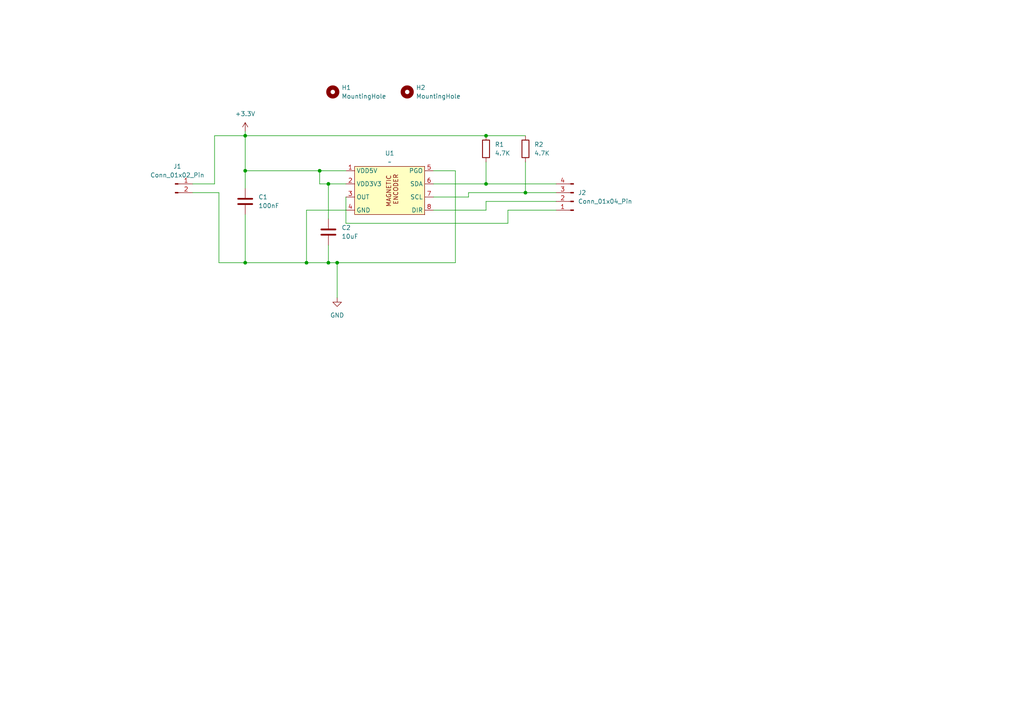
<source format=kicad_sch>
(kicad_sch (version 20250114) (generator "eeschema") (generator_version "9.0")
  (paper "A4")
  (lib_symbols
    (symbol "Connector:Conn_01x02_Pin" (pin_names (offset 1.016) (hide yes))
      (property "Reference" "J" (at 0 2.54 0))
      (property "Value" "Conn_01x02_Pin" (at 0 -5.08 0))
      (symbol "Conn_01x02_Pin_1_1"
        (rectangle (start 0.8636 0.127) (end 0 -0.127) (stroke (width 0.1524)) (fill (type outline)))
        (rectangle (start 0.8636 -2.413) (end 0 -2.667) (stroke (width 0.1524)) (fill (type outline)))
        (polyline (pts (xy 1.27 0) (xy 0.8636 0)) (stroke (width 0.1524)))
        (polyline (pts (xy 1.27 -2.54) (xy 0.8636 -2.54)) (stroke (width 0.1524)))
        (pin passive line (at 5.08 0 180) (length 3.81) (name "Pin_1") (number "1"))
        (pin passive line (at 5.08 -2.54 180) (length 3.81) (name "Pin_2") (number "2"))
      )
    )
    (symbol "Connector:Conn_01x04_Pin" (pin_names (offset 1.016) (hide yes))
      (property "Reference" "J" (at 0 5.08 0))
      (property "Value" "Conn_01x04_Pin" (at 0 -7.62 0))
      (symbol "Conn_01x04_Pin_1_1"
        (rectangle (start 0.8636 2.667) (end 0 2.413) (stroke (width 0.1524)) (fill (type outline)))
        (rectangle (start 0.8636 0.127) (end 0 -0.127) (stroke (width 0.1524)) (fill (type outline)))
        (rectangle (start 0.8636 -2.413) (end 0 -2.667) (stroke (width 0.1524)) (fill (type outline)))
        (rectangle (start 0.8636 -4.953) (end 0 -5.207) (stroke (width 0.1524)) (fill (type outline)))
        (polyline (pts (xy 1.27 2.54) (xy 0.8636 2.54)) (stroke (width 0.1524)))
        (polyline (pts (xy 1.27 0) (xy 0.8636 0)) (stroke (width 0.1524)))
        (polyline (pts (xy 1.27 -2.54) (xy 0.8636 -2.54)) (stroke (width 0.1524)))
        (polyline (pts (xy 1.27 -5.08) (xy 0.8636 -5.08)) (stroke (width 0.1524)))
        (pin passive line (at 5.08 2.54 180) (length 3.81) (name "Pin_1") (number "1"))
        (pin passive line (at 5.08 0 180) (length 3.81) (name "Pin_2") (number "2"))
        (pin passive line (at 5.08 -2.54 180) (length 3.81) (name "Pin_3") (number "3"))
        (pin passive line (at 5.08 -5.08 180) (length 3.81) (name "Pin_4") (number "4"))
      )
    )
    (symbol "Device:C" (pin_numbers (hide yes)) (pin_names (offset 0.254))
      (property "Reference" "C" (at 0.635 2.54 0))
      (property "Value" "C" (at 0.635 -2.54 0))
      (symbol "C_0_1"
        (polyline (pts (xy -2.032 0.762) (xy 2.032 0.762)) (stroke (width 0.508)))
        (polyline (pts (xy -2.032 -0.762) (xy 2.032 -0.762)) (stroke (width 0.508)))
      )
      (symbol "C_1_1"
        (pin passive line (at 0 3.81 270) (length 2.794) (name "~") (number "1"))
        (pin passive line (at 0 -3.81 90) (length 2.794) (name "~") (number "2"))
      )
    )
    (symbol "Device:R" (pin_numbers (hide yes)) (pin_names (offset 0))
      (property "Reference" "R" (at 2.032 0 90))
      (property "Value" "R" (at 0 0 90))
      (symbol "R_0_1"
        (rectangle (start -1.016 -2.54) (end 1.016 2.54) (stroke (width 0.254)))
      )
      (symbol "R_1_1"
        (pin passive line (at 0 3.81 270) (length 1.27) (name "~") (number "1"))
        (pin passive line (at 0 -3.81 90) (length 1.27) (name "~") (number "2"))
      )
    )
    (symbol "Mechanical:MountingHole" (pin_names (offset 1.016)) (in_bom no)
      (property "Reference" "H" (at 0 5.08 0))
      (property "Value" "MountingHole" (at 0 3.175 0))
      (symbol "MountingHole_0_1"
        (circle (center 0 0) (radius 1.27) (stroke (width 1.27)))
      )
    )
    (symbol "Sensor_Magnetic:AS5600"
      (symbol "AS5600_0_1"
        (rectangle (start 10.16 -7.62) (end 10.16 -7.62))
        (rectangle (start 10.16 -7.62) (end 10.16 -7.62))
      )
      (symbol "AS5600_1_1"
        (rectangle (start -10.16 6.35) (end 10.16 -7.62) (fill (type background)))
        (text "MAGNETIC \nENCODER\n" (at 0.762 -0.254 900) (effects (font (size 1.27 1.27))))
        (pin power_in line (at -12.7 5.08 0) (length 2.54) (name "VDD5V") (number "1"))
        (pin power_in line (at -12.7 1.27 0) (length 2.54) (name "VDD3V3") (number "2"))
        (pin output line (at -12.7 -2.54 0) (length 2.54) (name "OUT") (number "3"))
        (pin power_in line (at -12.7 -6.35 0) (length 2.54) (name "GND") (number "4"))
        (pin input line (at 12.7 5.08 180) (length 2.54) (name "PGO") (number "5"))
        (pin input line (at 12.7 1.27 180) (length 2.54) (name "SDA") (number "6"))
        (pin input line (at 12.7 -2.54 180) (length 2.54) (name "SCL") (number "7"))
        (pin input line (at 12.7 -6.35 180) (length 2.54) (name "DIR") (number "8"))
      )
    )
    (symbol "power:+3.3V" (power) (pin_numbers (hide yes)) (pin_names (offset 0) (hide yes))
      (property "Value" "+3.3V" (at 0 3.556 0))
      (symbol "+3.3V_0_1"
        (polyline (pts (xy -0.762 1.27) (xy 0 2.54)))
        (polyline (pts (xy 0 2.54) (xy 0.762 1.27)))
        (polyline (pts (xy 0 0) (xy 0 2.54)))
      )
      (symbol "+3.3V_1_1"
        (pin power_in line (at 0 0 90) (length 0) (name "~") (number "1"))
      )
    )
    (symbol "power:GND" (power) (pin_numbers (hide yes)) (pin_names (offset 0) (hide yes))
      (property "Value" "GND" (at 0 -3.81 0))
      (symbol "GND_0_1"
        (polyline (pts (xy 0 0) (xy 0 -1.27) (xy 1.27 -1.27) (xy 0 -2.54) (xy -1.27 -1.27) (xy 0 -1.27)))
      )
      (symbol "GND_1_1"
        (pin power_in line (at 0 0 270) (length 0) (name "~") (number "1"))
      )
    )
  )
  (junction (at 92.71 49.53))
  (junction (at 88.9 76.2))
  (junction (at 140.97 53.34))
  (junction (at 97.79 76.2))
  (junction (at 71.12 49.53))
  (junction (at 152.4 55.88))
  (junction (at 71.12 39.37))
  (junction (at 71.12 76.2))
  (junction (at 95.25 53.34))
  (junction (at 140.97 39.37))
  (junction (at 95.25 76.2))
  (wire (pts (xy 135.89 57.15) (xy 135.89 55.88)))
  (wire (pts (xy 125.73 57.15) (xy 135.89 57.15)))
  (wire (pts (xy 88.9 60.96) (xy 88.9 76.2)))
  (wire (pts (xy 92.71 49.53) (xy 92.71 53.34)))
  (wire (pts (xy 71.12 39.37) (xy 140.97 39.37)))
  (wire (pts (xy 125.73 60.96) (xy 140.97 60.96)))
  (wire (pts (xy 95.25 53.34) (xy 100.33 53.34)))
  (wire (pts (xy 55.88 55.88) (xy 63.5 55.88)))
  (wire (pts (xy 100.33 60.96) (xy 88.9 60.96)))
  (wire (pts (xy 95.25 76.2) (xy 97.79 76.2)))
  (wire (pts (xy 140.97 39.37) (xy 152.4 39.37)))
  (wire (pts (xy 71.12 39.37) (xy 71.12 49.53)))
  (wire (pts (xy 125.73 49.53) (xy 132.08 49.53)))
  (wire (pts (xy 63.5 76.2) (xy 71.12 76.2)))
  (wire (pts (xy 125.73 53.34) (xy 140.97 53.34)))
  (wire (pts (xy 95.25 53.34) (xy 95.25 63.5)))
  (wire (pts (xy 88.9 76.2) (xy 95.25 76.2)))
  (wire (pts (xy 71.12 76.2) (xy 88.9 76.2)))
  (wire (pts (xy 92.71 49.53) (xy 100.33 49.53)))
  (wire (pts (xy 100.33 64.77) (xy 147.32 64.77)))
  (wire (pts (xy 95.25 71.12) (xy 95.25 76.2)))
  (wire (pts (xy 140.97 46.99) (xy 140.97 53.34)))
  (wire (pts (xy 147.32 64.77) (xy 147.32 60.96)))
  (wire (pts (xy 71.12 38.1) (xy 71.12 39.37)))
  (wire (pts (xy 63.5 55.88) (xy 63.5 76.2)))
  (wire (pts (xy 132.08 49.53) (xy 132.08 76.2)))
  (wire (pts (xy 71.12 49.53) (xy 92.71 49.53)))
  (wire (pts (xy 132.08 76.2) (xy 97.79 76.2)))
  (wire (pts (xy 140.97 58.42) (xy 161.29 58.42)))
  (wire (pts (xy 71.12 62.23) (xy 71.12 76.2)))
  (wire (pts (xy 140.97 60.96) (xy 140.97 58.42)))
  (wire (pts (xy 152.4 46.99) (xy 152.4 55.88)))
  (wire (pts (xy 140.97 53.34) (xy 161.29 53.34)))
  (wire (pts (xy 100.33 57.15) (xy 100.33 64.77)))
  (wire (pts (xy 55.88 53.34) (xy 62.23 53.34)))
  (wire (pts (xy 147.32 60.96) (xy 161.29 60.96)))
  (wire (pts (xy 92.71 53.34) (xy 95.25 53.34)))
  (wire (pts (xy 135.89 55.88) (xy 152.4 55.88)))
  (wire (pts (xy 62.23 39.37) (xy 71.12 39.37)))
  (wire (pts (xy 71.12 49.53) (xy 71.12 54.61)))
  (wire (pts (xy 62.23 53.34) (xy 62.23 39.37)))
  (wire (pts (xy 97.79 86.36) (xy 97.79 76.2)))
  (wire (pts (xy 152.4 55.88) (xy 161.29 55.88)))
  (symbol (lib_id "Connector:Conn_01x02_Pin") (at 50.8 53.34 0) (unit 1)
    (property "Reference" "J1" (at 51.435 48.26 0))
    (property "Value" "Conn_01x02_Pin" (at 51.435 50.8 0))
    (property "Footprint" "Connector_JST:JST_EH_S2B-EH_1x02_P2.50mm_Horizontal" (effects (hide yes)))
    (property "Description" "Generic connector, single row, 01x02, script generated" (effects (hide yes)))
  )
  (symbol (lib_id "power:+3.3V") (at 71.12 38.1 0) (unit 1)
    (property "Reference" "#PWR01" (effects (hide yes)))
    (property "Value" "+3.3V" (at 71.12 33.02 0))
    (property "Description" "Power symbol creates a global label with name \"+3.3V\"" (effects (hide yes)))
  )
  (symbol (lib_id "Mechanical:MountingHole") (at 118.11 26.67 0) (unit 1) (in_bom no)
    (property "Reference" "H2" (at 120.65 25.3999 0) (effects (justify left)))
    (property "Value" "MountingHole" (at 120.65 27.9399 0) (effects (justify left)))
    (property "Footprint" "MountingHole:MountingHole_2.2mm_M2" (effects (hide yes)))
    (property "Description" "Mounting Hole without connection" (effects (hide yes)))
  )
  (symbol (lib_id "Device:R") (at 152.4 43.18 0) (unit 1)
    (property "Reference" "R2" (at 154.94 41.9099 0) (effects (justify left)))
    (property "Value" "4.7K" (at 154.94 44.4499 0) (effects (justify left)))
    (property "Footprint" "Resistor_THT:R_Axial_DIN0207_L6.3mm_D2.5mm_P7.62mm_Horizontal" (effects (hide yes)))
    (property "Description" "Resistor" (effects (hide yes)))
  )
  (symbol (lib_id "Device:C") (at 71.12 58.42 0) (unit 1)
    (property "Reference" "C1" (at 74.93 57.1499 0) (effects (justify left)))
    (property "Value" "100nF" (at 74.93 59.6899 0) (effects (justify left)))
    (property "Footprint" "Capacitor_THT:C_Disc_D3.0mm_W1.6mm_P2.50mm" (effects (hide yes)))
    (property "Description" "Unpolarized capacitor" (effects (hide yes)))
  )
  (symbol (lib_id "Device:C") (at 95.25 67.31 0) (unit 1)
    (property "Reference" "C2" (at 99.06 66.0399 0) (effects (justify left)))
    (property "Value" "10uF" (at 99.06 68.5799 0) (effects (justify left)))
    (property "Footprint" "Capacitor_THT:CP_Radial_D5.0mm_P2.50mm" (effects (hide yes)))
    (property "Description" "Unpolarized capacitor" (effects (hide yes)))
  )
  (symbol (lib_id "Mechanical:MountingHole") (at 96.52 26.67 0) (unit 1) (in_bom no)
    (property "Reference" "H1" (at 99.06 25.3999 0) (effects (justify left)))
    (property "Value" "MountingHole" (at 99.06 27.9399 0) (effects (justify left)))
    (property "Footprint" "MountingHole:MountingHole_2.2mm_M2" (effects (hide yes)))
    (property "Description" "Mounting Hole without connection" (effects (hide yes)))
  )
  (symbol (lib_id "Device:R") (at 140.97 43.18 0) (unit 1)
    (property "Reference" "R1" (at 143.51 41.9099 0) (effects (justify left)))
    (property "Value" "4.7K" (at 143.51 44.4499 0) (effects (justify left)))
    (property "Footprint" "Resistor_THT:R_Axial_DIN0207_L6.3mm_D2.5mm_P7.62mm_Horizontal" (effects (hide yes)))
    (property "Description" "Resistor" (effects (hide yes)))
  )
  (symbol (lib_id "Connector:Conn_01x04_Pin") (at 166.37 58.42 180) (unit 1)
    (property "Reference" "J2" (at 167.64 55.8799 0) (effects (justify right)))
    (property "Value" "Conn_01x04_Pin" (at 167.64 58.4199 0) (effects (justify right)))
    (property "Footprint" "Connector_JST:JST_EH_S4B-EH_1x04_P2.50mm_Horizontal" (effects (hide yes)))
    (property "Description" "Generic connector, single row, 01x04, script generated" (effects (hide yes)))
  )
  (symbol (lib_id "Sensor_Magnetic:AS5600") (at 113.03 54.61 0) (unit 1)
    (property "Reference" "U1" (at 113.03 44.45 0))
    (property "Value" "~" (at 113.03 46.99 0))
    (property "Footprint" "Package_SO:SOIC-8_3.9x4.9mm_P1.27mm" (effects (hide yes)))
    (property "Datasheet" "Magnetic Encoder" (effects (hide yes)))
  )
  (symbol (lib_id "power:GND") (at 97.79 86.36 0) (unit 1)
    (property "Reference" "#PWR02" (effects (hide yes)))
    (property "Value" "GND" (at 97.79 91.44 0))
    (property "Description" "Power symbol creates a global label with name \"GND\" , ground" (effects (hide yes)))
  )
)
</source>
